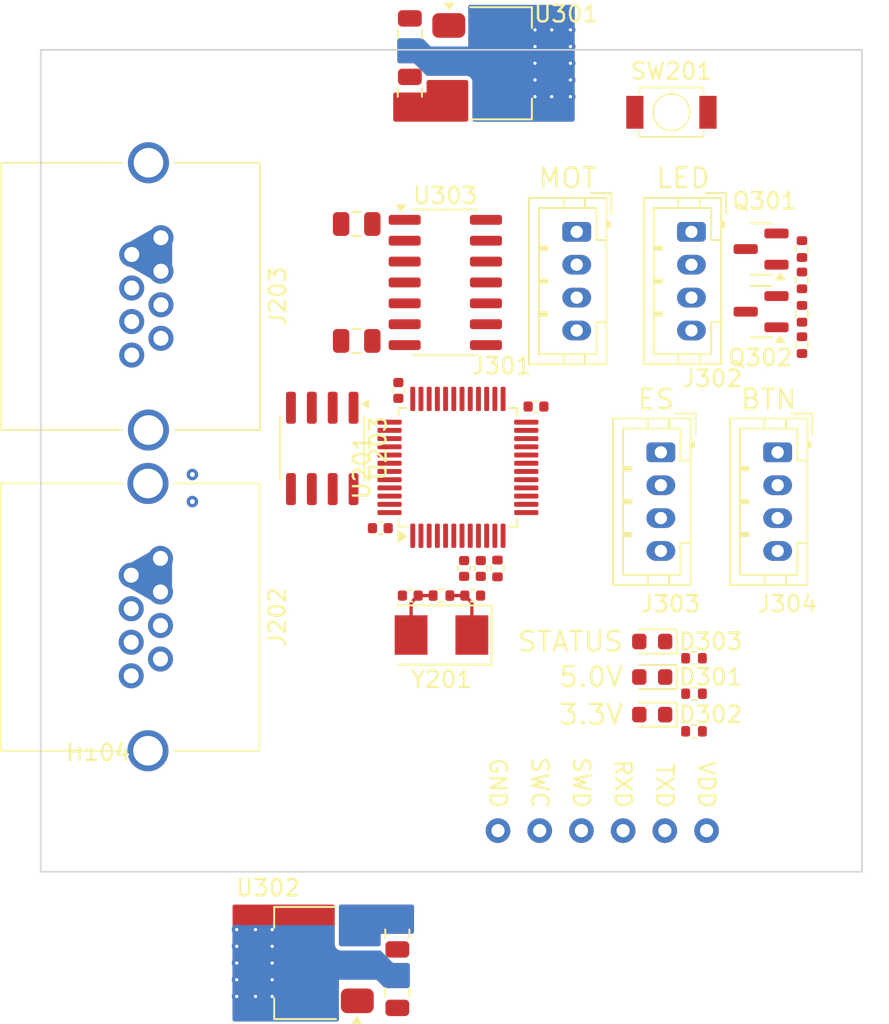
<source format=kicad_pcb>
(kicad_pcb
	(version 20241229)
	(generator "pcbnew")
	(generator_version "9.0")
	(general
		(thickness 1.6)
		(legacy_teardrops no)
	)
	(paper "A4")
	(layers
		(0 "F.Cu" signal)
		(2 "B.Cu" signal)
		(9 "F.Adhes" user "F.Adhesive")
		(11 "B.Adhes" user "B.Adhesive")
		(13 "F.Paste" user)
		(15 "B.Paste" user)
		(5 "F.SilkS" user "F.Silkscreen")
		(7 "B.SilkS" user "B.Silkscreen")
		(1 "F.Mask" user)
		(3 "B.Mask" user)
		(17 "Dwgs.User" user "User.Drawings")
		(19 "Cmts.User" user "User.Comments")
		(21 "Eco1.User" user "User.Eco1")
		(23 "Eco2.User" user "User.Eco2")
		(25 "Edge.Cuts" user)
		(27 "Margin" user)
		(31 "F.CrtYd" user "F.Courtyard")
		(29 "B.CrtYd" user "B.Courtyard")
		(35 "F.Fab" user)
		(33 "B.Fab" user)
		(39 "User.1" user)
		(41 "User.2" user)
		(43 "User.3" user)
		(45 "User.4" user)
	)
	(setup
		(pad_to_mask_clearance 0)
		(allow_soldermask_bridges_in_footprints no)
		(tenting front back)
		(pcbplotparams
			(layerselection 0x00000000_00000000_55555555_5755f5ff)
			(plot_on_all_layers_selection 0x00000000_00000000_00000000_00000000)
			(disableapertmacros no)
			(usegerberextensions no)
			(usegerberattributes yes)
			(usegerberadvancedattributes yes)
			(creategerberjobfile yes)
			(dashed_line_dash_ratio 12.000000)
			(dashed_line_gap_ratio 3.000000)
			(svgprecision 4)
			(plotframeref no)
			(mode 1)
			(useauxorigin no)
			(hpglpennumber 1)
			(hpglpenspeed 20)
			(hpglpendiameter 15.000000)
			(pdf_front_fp_property_popups yes)
			(pdf_back_fp_property_popups yes)
			(pdf_metadata yes)
			(pdf_single_document no)
			(dxfpolygonmode yes)
			(dxfimperialunits yes)
			(dxfusepcbnewfont yes)
			(psnegative no)
			(psa4output no)
			(plot_black_and_white yes)
			(plotinvisibletext no)
			(sketchpadsonfab no)
			(plotpadnumbers no)
			(hidednponfab no)
			(sketchdnponfab yes)
			(crossoutdnponfab yes)
			(subtractmaskfromsilk no)
			(outputformat 1)
			(mirror no)
			(drillshape 1)
			(scaleselection 1)
			(outputdirectory "")
		)
	)
	(net 0 "")
	(net 1 "3V3")
	(net 2 "GND")
	(net 3 "5V0")
	(net 4 "Vin")
	(net 5 "/MCU/RESET")
	(net 6 "/MCU/SWDIO")
	(net 7 "/MCU/RXD1")
	(net 8 "/MCU/TXD1")
	(net 9 "/MCU/SWCLK")
	(net 10 "/MCU/CAN HIGH")
	(net 11 "/MCU/CAN LOW")
	(net 12 "/MCU/CANRXD")
	(net 13 "/MCU/CANTXD")
	(net 14 "Net-(U201-PD0)")
	(net 15 "Net-(U201-PD1)")
	(net 16 "unconnected-(J202-PadSH)")
	(net 17 "unconnected-(J202-PadSH)_1")
	(net 18 "unconnected-(U201-PA4-Pad14)")
	(net 19 "unconnected-(U201-PA3-Pad13)")
	(net 20 "unconnected-(U201-PA6-Pad16)")
	(net 21 "unconnected-(U201-PA15-Pad38)")
	(net 22 "unconnected-(U201-PB9-Pad46)")
	(net 23 "unconnected-(U201-PB7-Pad43)")
	(net 24 "unconnected-(U201-PA1-Pad11)")
	(net 25 "unconnected-(U201-PA0-Pad10)")
	(net 26 "unconnected-(U201-PA5-Pad15)")
	(net 27 "unconnected-(U201-BOOT0-Pad44)")
	(net 28 "unconnected-(U201-PA7-Pad17)")
	(net 29 "unconnected-(U201-VBAT-Pad1)")
	(net 30 "unconnected-(U201-PB8-Pad45)")
	(net 31 "unconnected-(U201-PB10-Pad21)")
	(net 32 "unconnected-(U201-PC13-Pad2)")
	(net 33 "/MCU/Mclose")
	(net 34 "/MCU/Mopen")
	(net 35 "unconnected-(U303-NC-Pad11)")
	(net 36 "/MCU/STclose")
	(net 37 "/MCU/STopen")
	(net 38 "unconnected-(U201-PB1-Pad19)")
	(net 39 "unconnected-(U201-PB2-Pad20)")
	(net 40 "unconnected-(U201-PB0-Pad18)")
	(net 41 "/Power/Vclose")
	(net 42 "/Power/Vopen")
	(net 43 "Net-(Q301-G)")
	(net 44 "unconnected-(U201-PC15-Pad4)")
	(net 45 "unconnected-(U201-PC14-Pad3)")
	(net 46 "Net-(Q302-G)")
	(net 47 "/Power/Vledclose")
	(net 48 "/Power/Vledopen")
	(net 49 "/MCU/LEDopen")
	(net 50 "/MCU/LEDclose")
	(net 51 "Net-(J303-Pin_3)")
	(net 52 "Net-(J303-Pin_2)")
	(net 53 "Net-(J304-Pin_2)")
	(net 54 "Net-(J304-Pin_3)")
	(net 55 "Net-(D302-K)")
	(net 56 "Net-(D301-K)")
	(net 57 "Net-(D303-A)")
	(net 58 "Net-(D303-K)")
	(net 59 "unconnected-(U203-Vref-Pad5)")
	(footprint "Resistor_SMD:R_0402_1005Metric" (layer "F.Cu") (at 133.35 71.122 90))
	(footprint "Capacitor_SMD:C_0402_1005Metric" (layer "F.Cu") (at 109.5 92.2))
	(footprint "LED_SMD:LED_0603_1608Metric" (layer "F.Cu") (at 124.2315 99.441 180))
	(footprint "Resistor_SMD:R_0402_1005Metric" (layer "F.Cu") (at 133.35 76.964 90))
	(footprint "MountingHole:MountingHole_3.2mm_M3_ISO14580" (layer "F.Cu") (at 90.5 62.5))
	(footprint "Resistor_SMD:R_0402_1005Metric" (layer "F.Cu") (at 133.35 75.059 90))
	(footprint "Capacitor_SMD:C_0402_1005Metric" (layer "F.Cu") (at 113.3 92.2 180))
	(footprint "Package_QFP:LQFP-48_7x7mm_P0.5mm" (layer "F.Cu") (at 112.4 84.4 90))
	(footprint "Capacitor_SMD:C_0402_1005Metric" (layer "F.Cu") (at 107.6745 88.1 180))
	(footprint "MountingHole:MountingHole_3.2mm_M3_ISO14580" (layer "F.Cu") (at 90.5 105.5))
	(footprint "LED_SMD:LED_0603_1608Metric" (layer "F.Cu") (at 124.2315 97.155 180))
	(footprint "Package_TO_SOT_SMD:SOT-223-3_TabPin2" (layer "F.Cu") (at 103.124 114.554 180))
	(footprint "Capacitor_SMD:C_0805_2012Metric" (layer "F.Cu") (at 106.238 69.596 180))
	(footprint "Capacitor_SMD:C_0402_1005Metric" (layer "F.Cu") (at 108.7745 79.72 90))
	(footprint "LED_SMD:LED_0603_1608Metric" (layer "F.Cu") (at 124.2315 94.996 180))
	(footprint "MountingHole:MountingHole_3.2mm_M3_ISO14580" (layer "F.Cu") (at 133.5 62.5))
	(footprint "Crystal:Crystal_SMD_5032-2Pin_5.0x3.2mm" (layer "F.Cu") (at 111.4 94.6 180))
	(footprint "Resistor_SMD:R_0402_1005Metric" (layer "F.Cu") (at 126.7735 96.012))
	(footprint "Projekt:RJ45_SH" (layer "F.Cu") (at 89.97 93.51 -90))
	(footprint "Resistor_SMD:R_0402_1005Metric" (layer "F.Cu") (at 114.808 90.551 -90))
	(footprint "Resistor_SMD:R_0402_1005Metric" (layer "F.Cu") (at 133.35 73.027 90))
	(footprint "Capacitor_SMD:C_0805_2012Metric" (layer "F.Cu") (at 106.238 76.708 180))
	(footprint "Package_SO:SOIC-14_3.9x8.7mm_P1.27mm" (layer "F.Cu") (at 111.633 73.152))
	(footprint "Capacitor_SMD:C_0402_1005Metric" (layer "F.Cu") (at 112.776 90.551 -90))
	(footprint "Connector_JST:JST_PH_B4B-PH-K_1x04_P2.00mm_Vertical" (layer "F.Cu") (at 124.756 83.487 -90))
	(footprint "Package_SO:SOIC-8_3.9x4.9mm_P1.27mm" (layer "F.Cu") (at 104.14 83.247 -90))
	(footprint "Connector_JST:JST_PH_B4B-PH-K_1x04_P2.00mm_Vertical" (layer "F.Cu") (at 131.868 83.487 -90))
	(footprint "Capacitor_SMD:C_0402_1005Metric" (layer "F.Cu") (at 117.1545 80.7))
	(footprint "Package_TO_SOT_SMD:SOT-23" (layer "F.Cu") (at 130.8585 74.93 180))
	(footprint "Capacitor_SMD:C_0805_2012Metric" (layer "F.Cu") (at 109.474 61.595 90))
	(footprint "Projekt:RJ45_SH" (layer "F.Cu") (at 90 74 -90))
	(footprint "Connector_JST:JST_PH_B4B-PH-K_1x04_P2.00mm_Vertical" (layer "F.Cu") (at 119.634 70.073 -90))
	(footprint "Connector_JST:JST_PH_B4B-PH-K_1x04_P2.00mm_Vertical" (layer "F.Cu") (at 126.619 70.073 -90))
	(footprint "Projekt:JTAG" (layer "F.Cu") (at 121.19 106.5 180))
	(footprint "Package_TO_SOT_SMD:SOT-23"
		(layer "F.Cu")
		(uuid "b64bc875-62ce-4f99-ace5-d81e193fbf35")
		(at 130.8585 71.12 180)
		(descr "SOT, 3 Pin (JEDEC TO-236 Var AB https://www.jedec.org/document_search?search_api_views_fulltext=TO-236), generated with kicad-footprint-generator ipc_gullwing_generator.py")
		(tags "SOT TO_SOT_SMD")
		(property "Reference" "Q301"
			(at -0.2055 2.921 0)
			(layer "F.SilkS")
			(uuid "6ecc7e2c-014d-40ba-b7df-9bc25c42e488")
			(effects
				(font
					(size 1 1)
					(thickness 0.15)
				)
			)
		)
		(property "Value" "AO3400A"
			(at 0 2.4 0)
			(layer "F.Fab")
			(uuid "e43d85ca-f6fd-40ba-9bef-b2146b61f050")
			(effects
				(font
					(size 1 1)
					(thickness 0.15)
				)
			)
		)
		(property "Datasheet" "http://www.aosmd.com/pdfs/datasheet/AO3400A.pdf"
			(at 0 0 0)
			(layer "F.Fab")
			(hide yes)
			(uuid "7a13a426-8e5e-40c7-9385-579a4b347d03")
			(effects
				(font
					(size 1.27 1.27)
					(thickness 0.15)
				)
			)
		)
		(property "Description" "30V Vds, 5.7A Id, N-Channel MOSFET, SOT-23"
			(at 0 0 0)
			(layer "F.Fab")
			(hide yes)
			(uuid "5ed169a6-7108-46d5-9a52-5c2fac860381")
			(effects
				(font
					(
... [68729 chars truncated]
</source>
